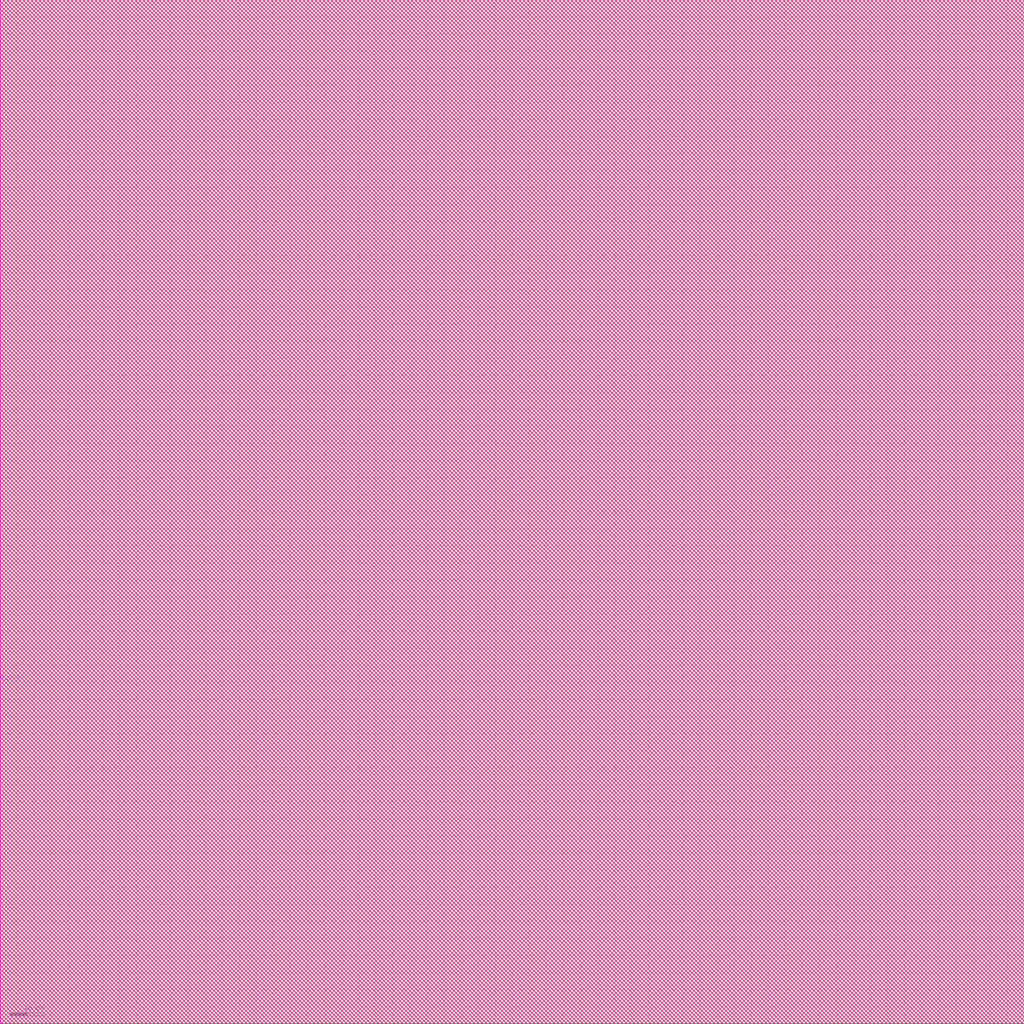
<source format=lef>
VERSION 5.7 ;
BUSBITCHARS "[]" ;
MACRO array_tile
  FOREIGN array_tile 0 0 ;
  SYMMETRY X Y R90 ;
  SIZE 300 BY 300 ;
  CLASS BLOCK ;
  PIN clk
    DIRECTION INPUT ;
    USE SIGNAL ;
    PORT
      LAYER metal4 ;
      RECT 0.000 299.93 0.070 300.00 ;
    END
  END clk
  PIN e_in
    DIRECTION INPUT ;
    USE SIGNAL ;
    PORT
      LAYER metal3 ;
      RECT 299.93 100.00 300.00 100.07 ;
    END
  END e_in
  PIN e_out
    DIRECTION OUTPUT ;
    USE SIGNAL ;
    PORT
      LAYER metal3 ;
      RECT 299.93 100.14 300.00 100.21 ;
    END
  END e_out
  PIN w_in
    DIRECTION INPUT ;
    USE SIGNAL ;
    PORT
      LAYER metal3 ;
      RECT 0.000 100.14 0.070 100.21 ;
    END
  END w_in
  PIN w_out
    DIRECTION OUTPUT ;
    USE SIGNAL ;
    PORT
      LAYER metal3 ;
      RECT 0.000 100.00 0.070 100.07 ;
    END
  END w_out
  OBS
    LAYER metal1 ;
    RECT 0 0 300 300 ;
    LAYER metal2 ;
    RECT 0 0 300 300 ;
    LAYER metal3 ;
    RECT 0 0 300 300 ;
    LAYER metal4 ;
    RECT 0 0 300 300 ;
    LAYER metal5 ;
    RECT 0 0 300 300 ;
    LAYER OVERLAP ;
    RECT 0 0 300 300 ;
  END
END array_tile

END LIBRARY

</source>
